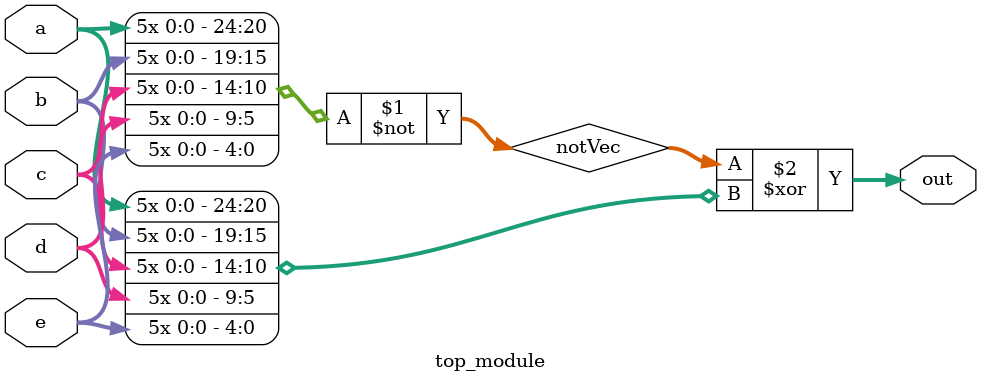
<source format=sv>
module top_module (
	input a,
	input b,
	input c,
	input d,
	input e,
	output [24:0] out
);

wire [24:0] notVec;
assign notVec = ~{ {5{a}}, {5{b}}, {5{c}}, {5{d}}, {5{e}} };

assign out = notVec ^ { {5{a}}, {5{b}}, {5{c}}, {5{d}}, {5{e}} };

endmodule

</source>
